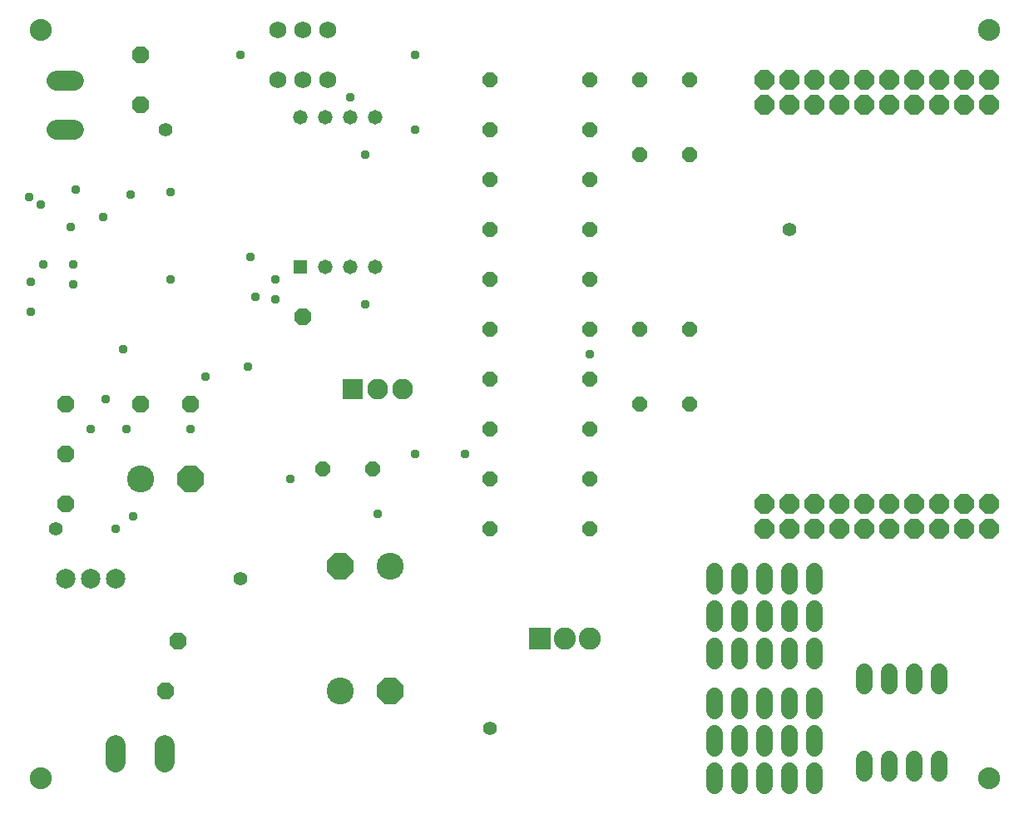
<source format=gbs>
G75*
%MOIN*%
%OFA0B0*%
%FSLAX25Y25*%
%IPPOS*%
%LPD*%
%AMOC8*
5,1,8,0,0,1.08239X$1,22.5*
%
%ADD10C,0.08800*%
%ADD11R,0.08300X0.08300*%
%ADD12C,0.08300*%
%ADD13C,0.07850*%
%ADD14C,0.06737*%
%ADD15C,0.10800*%
%ADD16OC8,0.10800*%
%ADD17OC8,0.06000*%
%ADD18R,0.05800X0.05800*%
%ADD19C,0.05800*%
%ADD20OC8,0.07800*%
%ADD21R,0.08900X0.08900*%
%ADD22C,0.08900*%
%ADD23C,0.06800*%
%ADD24C,0.07850*%
%ADD25OC8,0.06800*%
%ADD26C,0.06800*%
%ADD27C,0.03778*%
%ADD28C,0.05550*%
D10*
X0011500Y0014500D03*
X0011500Y0314500D03*
X0391500Y0314500D03*
X0391500Y0014500D03*
D11*
X0136500Y0170500D03*
D12*
X0146500Y0170500D03*
X0156500Y0170500D03*
D13*
X0025025Y0274657D02*
X0017975Y0274657D01*
X0017975Y0294343D02*
X0025025Y0294343D01*
X0041657Y0028025D02*
X0041657Y0020975D01*
X0061343Y0020975D02*
X0061343Y0028025D01*
D14*
X0341500Y0022469D02*
X0341500Y0016531D01*
X0351500Y0016531D02*
X0351500Y0022469D01*
X0361500Y0022469D02*
X0361500Y0016531D01*
X0371500Y0016531D02*
X0371500Y0022469D01*
X0371500Y0051531D02*
X0371500Y0057469D01*
X0361500Y0057469D02*
X0361500Y0051531D01*
X0351500Y0051531D02*
X0351500Y0057469D01*
X0341500Y0057469D02*
X0341500Y0051531D01*
D15*
X0151500Y0099500D03*
X0131500Y0049500D03*
X0051500Y0134500D03*
D16*
X0071500Y0134500D03*
X0131500Y0099500D03*
X0151500Y0049500D03*
D17*
X0191500Y0114500D03*
X0191500Y0134500D03*
X0191500Y0154500D03*
X0191500Y0174500D03*
X0191500Y0194500D03*
X0191500Y0214500D03*
X0191500Y0234500D03*
X0191500Y0254500D03*
X0191500Y0274500D03*
X0191500Y0294500D03*
X0231500Y0294500D03*
X0251500Y0294500D03*
X0271500Y0294500D03*
X0271500Y0264500D03*
X0251500Y0264500D03*
X0231500Y0254500D03*
X0231500Y0274500D03*
X0231500Y0234500D03*
X0231500Y0214500D03*
X0231500Y0194500D03*
X0251500Y0194500D03*
X0271500Y0194500D03*
X0271500Y0164500D03*
X0251500Y0164500D03*
X0231500Y0154500D03*
X0231500Y0134500D03*
X0231500Y0114500D03*
X0231500Y0174500D03*
X0144500Y0138500D03*
X0124500Y0138500D03*
D18*
X0115500Y0219500D03*
D19*
X0125500Y0219500D03*
X0135500Y0219500D03*
X0145500Y0219500D03*
X0145500Y0279500D03*
X0135500Y0279500D03*
X0125500Y0279500D03*
X0115500Y0279500D03*
D20*
X0301500Y0284500D03*
X0301500Y0294500D03*
X0311500Y0294500D03*
X0321500Y0294500D03*
X0321500Y0284500D03*
X0311500Y0284500D03*
X0331500Y0284500D03*
X0341500Y0284500D03*
X0341500Y0294500D03*
X0331500Y0294500D03*
X0351500Y0294500D03*
X0361500Y0294500D03*
X0361500Y0284500D03*
X0351500Y0284500D03*
X0371500Y0284500D03*
X0381500Y0284500D03*
X0381500Y0294500D03*
X0371500Y0294500D03*
X0391500Y0294500D03*
X0391500Y0284500D03*
X0391500Y0124500D03*
X0391500Y0114500D03*
X0381500Y0114500D03*
X0371500Y0114500D03*
X0371500Y0124500D03*
X0381500Y0124500D03*
X0361500Y0124500D03*
X0351500Y0124500D03*
X0351500Y0114500D03*
X0361500Y0114500D03*
X0341500Y0114500D03*
X0331500Y0114500D03*
X0331500Y0124500D03*
X0341500Y0124500D03*
X0321500Y0124500D03*
X0311500Y0124500D03*
X0311500Y0114500D03*
X0321500Y0114500D03*
X0301500Y0114500D03*
X0301500Y0124500D03*
D21*
X0211500Y0070500D03*
D22*
X0221500Y0070500D03*
X0231500Y0070500D03*
D23*
X0126500Y0294500D03*
X0116500Y0294500D03*
X0106500Y0294500D03*
X0106500Y0314500D03*
X0116500Y0314500D03*
X0126500Y0314500D03*
D24*
X0041500Y0094500D03*
X0031500Y0094500D03*
X0021500Y0094500D03*
D25*
X0021500Y0124500D03*
X0021500Y0144500D03*
X0021500Y0164500D03*
X0051500Y0164500D03*
X0071500Y0164500D03*
X0116500Y0199500D03*
X0051500Y0284500D03*
X0051500Y0304500D03*
X0066500Y0069500D03*
X0061500Y0049500D03*
D26*
X0281500Y0047500D02*
X0281500Y0041500D01*
X0281500Y0032500D02*
X0281500Y0026500D01*
X0281500Y0017500D02*
X0281500Y0011500D01*
X0291500Y0011500D02*
X0291500Y0017500D01*
X0301500Y0017500D02*
X0301500Y0011500D01*
X0311500Y0011500D02*
X0311500Y0017500D01*
X0321500Y0017500D02*
X0321500Y0011500D01*
X0321500Y0026500D02*
X0321500Y0032500D01*
X0311500Y0032500D02*
X0311500Y0026500D01*
X0301500Y0026500D02*
X0301500Y0032500D01*
X0291500Y0032500D02*
X0291500Y0026500D01*
X0291500Y0041500D02*
X0291500Y0047500D01*
X0301500Y0047500D02*
X0301500Y0041500D01*
X0311500Y0041500D02*
X0311500Y0047500D01*
X0321500Y0047500D02*
X0321500Y0041500D01*
X0321500Y0061500D02*
X0321500Y0067500D01*
X0311500Y0067500D02*
X0311500Y0061500D01*
X0301500Y0061500D02*
X0301500Y0067500D01*
X0291500Y0067500D02*
X0291500Y0061500D01*
X0281500Y0061500D02*
X0281500Y0067500D01*
X0281500Y0076500D02*
X0281500Y0082500D01*
X0281500Y0091500D02*
X0281500Y0097500D01*
X0291500Y0097500D02*
X0291500Y0091500D01*
X0301500Y0091500D02*
X0301500Y0097500D01*
X0311500Y0097500D02*
X0311500Y0091500D01*
X0321500Y0091500D02*
X0321500Y0097500D01*
X0321500Y0082500D02*
X0321500Y0076500D01*
X0311500Y0076500D02*
X0311500Y0082500D01*
X0301500Y0082500D02*
X0301500Y0076500D01*
X0291500Y0076500D02*
X0291500Y0082500D01*
D27*
X0181500Y0144500D03*
X0161500Y0144500D03*
X0146500Y0120500D03*
X0111500Y0134500D03*
X0071500Y0154500D03*
X0077500Y0175500D03*
X0094500Y0179500D03*
X0097500Y0207500D03*
X0105500Y0206500D03*
X0105500Y0214500D03*
X0095500Y0223500D03*
X0063500Y0214500D03*
X0044500Y0186500D03*
X0037500Y0166500D03*
X0031500Y0154500D03*
X0046011Y0154500D03*
X0048500Y0119500D03*
X0041500Y0114500D03*
X0007500Y0201500D03*
X0007500Y0213500D03*
X0012500Y0220500D03*
X0024669Y0220500D03*
X0024500Y0212500D03*
X0023669Y0235518D03*
X0011500Y0244500D03*
X0006989Y0247500D03*
X0025500Y0250500D03*
X0036500Y0239500D03*
X0047500Y0248500D03*
X0063500Y0249500D03*
X0091500Y0304500D03*
X0135500Y0287500D03*
X0141500Y0264500D03*
X0161500Y0274500D03*
X0161500Y0304500D03*
X0141500Y0204500D03*
X0231500Y0184500D03*
D28*
X0311500Y0234500D03*
X0091500Y0094500D03*
X0017654Y0114500D03*
X0191500Y0034500D03*
X0061500Y0274500D03*
M02*

</source>
